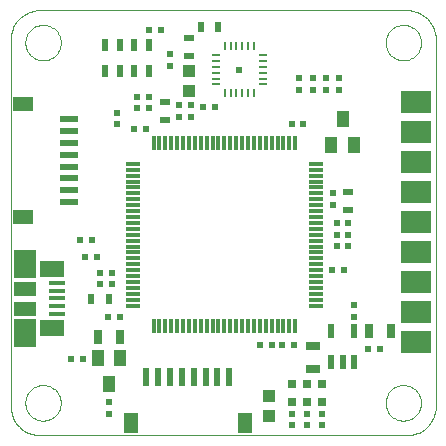
<source format=gtp>
G75*
G70*
%OFA0B0*%
%FSLAX24Y24*%
%IPPOS*%
%LPD*%
%AMOC8*
5,1,8,0,0,1.08239X$1,22.5*
%
%ADD10C,0.0000*%
%ADD11R,0.0236X0.0433*%
%ADD12R,0.0197X0.0236*%
%ADD13R,0.0315X0.0114*%
%ADD14R,0.0114X0.0315*%
%ADD15R,0.0236X0.0236*%
%ADD16R,0.0236X0.0354*%
%ADD17R,0.0354X0.0236*%
%ADD18R,0.0236X0.0197*%
%ADD19R,0.0220X0.0500*%
%ADD20R,0.0394X0.0551*%
%ADD21R,0.0610X0.0236*%
%ADD22R,0.0709X0.0472*%
%ADD23R,0.1000X0.0750*%
%ADD24R,0.0276X0.0512*%
%ADD25R,0.0512X0.0276*%
%ADD26R,0.0543X0.0177*%
%ADD27R,0.0827X0.0581*%
%ADD28R,0.0748X0.0935*%
%ADD29R,0.0748X0.0463*%
%ADD30R,0.0236X0.0610*%
%ADD31R,0.0472X0.0709*%
%ADD32R,0.0394X0.0433*%
%ADD33R,0.0315X0.0315*%
%ADD34R,0.0472X0.0118*%
%ADD35R,0.0118X0.0472*%
D10*
X011483Y005999D02*
X011483Y018203D01*
X011485Y018265D01*
X011491Y018326D01*
X011500Y018387D01*
X011514Y018448D01*
X011531Y018507D01*
X011552Y018565D01*
X011577Y018622D01*
X011605Y018677D01*
X011636Y018730D01*
X011671Y018781D01*
X011709Y018830D01*
X011750Y018877D01*
X011793Y018920D01*
X011840Y018961D01*
X011889Y018999D01*
X011940Y019034D01*
X011993Y019065D01*
X012048Y019093D01*
X012105Y019118D01*
X012163Y019139D01*
X012222Y019156D01*
X012283Y019170D01*
X012344Y019179D01*
X012405Y019185D01*
X012467Y019187D01*
X012467Y019188D02*
X024672Y019188D01*
X024672Y019187D02*
X024734Y019185D01*
X024795Y019179D01*
X024856Y019170D01*
X024917Y019156D01*
X024976Y019139D01*
X025034Y019118D01*
X025091Y019093D01*
X025146Y019065D01*
X025199Y019034D01*
X025250Y018999D01*
X025299Y018961D01*
X025346Y018920D01*
X025389Y018877D01*
X025430Y018830D01*
X025468Y018781D01*
X025503Y018730D01*
X025534Y018677D01*
X025562Y018622D01*
X025587Y018565D01*
X025608Y018507D01*
X025625Y018448D01*
X025639Y018387D01*
X025648Y018326D01*
X025654Y018265D01*
X025656Y018203D01*
X025656Y005999D01*
X025654Y005937D01*
X025648Y005876D01*
X025639Y005815D01*
X025625Y005754D01*
X025608Y005695D01*
X025587Y005637D01*
X025562Y005580D01*
X025534Y005525D01*
X025503Y005472D01*
X025468Y005421D01*
X025430Y005372D01*
X025389Y005325D01*
X025346Y005282D01*
X025299Y005241D01*
X025250Y005203D01*
X025199Y005168D01*
X025146Y005137D01*
X025091Y005109D01*
X025034Y005084D01*
X024976Y005063D01*
X024917Y005046D01*
X024856Y005032D01*
X024795Y005023D01*
X024734Y005017D01*
X024672Y005015D01*
X024672Y005014D02*
X012467Y005014D01*
X012467Y005015D02*
X012405Y005017D01*
X012344Y005023D01*
X012283Y005032D01*
X012222Y005046D01*
X012163Y005063D01*
X012105Y005084D01*
X012048Y005109D01*
X011993Y005137D01*
X011940Y005168D01*
X011889Y005203D01*
X011840Y005241D01*
X011793Y005282D01*
X011750Y005325D01*
X011709Y005372D01*
X011671Y005421D01*
X011636Y005472D01*
X011605Y005525D01*
X011577Y005580D01*
X011552Y005637D01*
X011531Y005695D01*
X011514Y005754D01*
X011500Y005815D01*
X011491Y005876D01*
X011485Y005937D01*
X011483Y005999D01*
X011975Y006097D02*
X011977Y006145D01*
X011983Y006193D01*
X011993Y006240D01*
X012006Y006286D01*
X012024Y006331D01*
X012044Y006375D01*
X012069Y006417D01*
X012097Y006456D01*
X012127Y006493D01*
X012161Y006527D01*
X012198Y006559D01*
X012236Y006588D01*
X012277Y006613D01*
X012320Y006635D01*
X012365Y006653D01*
X012411Y006667D01*
X012458Y006678D01*
X012506Y006685D01*
X012554Y006688D01*
X012602Y006687D01*
X012650Y006682D01*
X012698Y006673D01*
X012744Y006661D01*
X012789Y006644D01*
X012833Y006624D01*
X012875Y006601D01*
X012915Y006574D01*
X012953Y006544D01*
X012988Y006511D01*
X013020Y006475D01*
X013050Y006437D01*
X013076Y006396D01*
X013098Y006353D01*
X013118Y006309D01*
X013133Y006264D01*
X013145Y006217D01*
X013153Y006169D01*
X013157Y006121D01*
X013157Y006073D01*
X013153Y006025D01*
X013145Y005977D01*
X013133Y005930D01*
X013118Y005885D01*
X013098Y005841D01*
X013076Y005798D01*
X013050Y005757D01*
X013020Y005719D01*
X012988Y005683D01*
X012953Y005650D01*
X012915Y005620D01*
X012875Y005593D01*
X012833Y005570D01*
X012789Y005550D01*
X012744Y005533D01*
X012698Y005521D01*
X012650Y005512D01*
X012602Y005507D01*
X012554Y005506D01*
X012506Y005509D01*
X012458Y005516D01*
X012411Y005527D01*
X012365Y005541D01*
X012320Y005559D01*
X012277Y005581D01*
X012236Y005606D01*
X012198Y005635D01*
X012161Y005667D01*
X012127Y005701D01*
X012097Y005738D01*
X012069Y005777D01*
X012044Y005819D01*
X012024Y005863D01*
X012006Y005908D01*
X011993Y005954D01*
X011983Y006001D01*
X011977Y006049D01*
X011975Y006097D01*
X023983Y006097D02*
X023985Y006145D01*
X023991Y006193D01*
X024001Y006240D01*
X024014Y006286D01*
X024032Y006331D01*
X024052Y006375D01*
X024077Y006417D01*
X024105Y006456D01*
X024135Y006493D01*
X024169Y006527D01*
X024206Y006559D01*
X024244Y006588D01*
X024285Y006613D01*
X024328Y006635D01*
X024373Y006653D01*
X024419Y006667D01*
X024466Y006678D01*
X024514Y006685D01*
X024562Y006688D01*
X024610Y006687D01*
X024658Y006682D01*
X024706Y006673D01*
X024752Y006661D01*
X024797Y006644D01*
X024841Y006624D01*
X024883Y006601D01*
X024923Y006574D01*
X024961Y006544D01*
X024996Y006511D01*
X025028Y006475D01*
X025058Y006437D01*
X025084Y006396D01*
X025106Y006353D01*
X025126Y006309D01*
X025141Y006264D01*
X025153Y006217D01*
X025161Y006169D01*
X025165Y006121D01*
X025165Y006073D01*
X025161Y006025D01*
X025153Y005977D01*
X025141Y005930D01*
X025126Y005885D01*
X025106Y005841D01*
X025084Y005798D01*
X025058Y005757D01*
X025028Y005719D01*
X024996Y005683D01*
X024961Y005650D01*
X024923Y005620D01*
X024883Y005593D01*
X024841Y005570D01*
X024797Y005550D01*
X024752Y005533D01*
X024706Y005521D01*
X024658Y005512D01*
X024610Y005507D01*
X024562Y005506D01*
X024514Y005509D01*
X024466Y005516D01*
X024419Y005527D01*
X024373Y005541D01*
X024328Y005559D01*
X024285Y005581D01*
X024244Y005606D01*
X024206Y005635D01*
X024169Y005667D01*
X024135Y005701D01*
X024105Y005738D01*
X024077Y005777D01*
X024052Y005819D01*
X024032Y005863D01*
X024014Y005908D01*
X024001Y005954D01*
X023991Y006001D01*
X023985Y006049D01*
X023983Y006097D01*
X023983Y018105D02*
X023985Y018153D01*
X023991Y018201D01*
X024001Y018248D01*
X024014Y018294D01*
X024032Y018339D01*
X024052Y018383D01*
X024077Y018425D01*
X024105Y018464D01*
X024135Y018501D01*
X024169Y018535D01*
X024206Y018567D01*
X024244Y018596D01*
X024285Y018621D01*
X024328Y018643D01*
X024373Y018661D01*
X024419Y018675D01*
X024466Y018686D01*
X024514Y018693D01*
X024562Y018696D01*
X024610Y018695D01*
X024658Y018690D01*
X024706Y018681D01*
X024752Y018669D01*
X024797Y018652D01*
X024841Y018632D01*
X024883Y018609D01*
X024923Y018582D01*
X024961Y018552D01*
X024996Y018519D01*
X025028Y018483D01*
X025058Y018445D01*
X025084Y018404D01*
X025106Y018361D01*
X025126Y018317D01*
X025141Y018272D01*
X025153Y018225D01*
X025161Y018177D01*
X025165Y018129D01*
X025165Y018081D01*
X025161Y018033D01*
X025153Y017985D01*
X025141Y017938D01*
X025126Y017893D01*
X025106Y017849D01*
X025084Y017806D01*
X025058Y017765D01*
X025028Y017727D01*
X024996Y017691D01*
X024961Y017658D01*
X024923Y017628D01*
X024883Y017601D01*
X024841Y017578D01*
X024797Y017558D01*
X024752Y017541D01*
X024706Y017529D01*
X024658Y017520D01*
X024610Y017515D01*
X024562Y017514D01*
X024514Y017517D01*
X024466Y017524D01*
X024419Y017535D01*
X024373Y017549D01*
X024328Y017567D01*
X024285Y017589D01*
X024244Y017614D01*
X024206Y017643D01*
X024169Y017675D01*
X024135Y017709D01*
X024105Y017746D01*
X024077Y017785D01*
X024052Y017827D01*
X024032Y017871D01*
X024014Y017916D01*
X024001Y017962D01*
X023991Y018009D01*
X023985Y018057D01*
X023983Y018105D01*
X011975Y018105D02*
X011977Y018153D01*
X011983Y018201D01*
X011993Y018248D01*
X012006Y018294D01*
X012024Y018339D01*
X012044Y018383D01*
X012069Y018425D01*
X012097Y018464D01*
X012127Y018501D01*
X012161Y018535D01*
X012198Y018567D01*
X012236Y018596D01*
X012277Y018621D01*
X012320Y018643D01*
X012365Y018661D01*
X012411Y018675D01*
X012458Y018686D01*
X012506Y018693D01*
X012554Y018696D01*
X012602Y018695D01*
X012650Y018690D01*
X012698Y018681D01*
X012744Y018669D01*
X012789Y018652D01*
X012833Y018632D01*
X012875Y018609D01*
X012915Y018582D01*
X012953Y018552D01*
X012988Y018519D01*
X013020Y018483D01*
X013050Y018445D01*
X013076Y018404D01*
X013098Y018361D01*
X013118Y018317D01*
X013133Y018272D01*
X013145Y018225D01*
X013153Y018177D01*
X013157Y018129D01*
X013157Y018081D01*
X013153Y018033D01*
X013145Y017985D01*
X013133Y017938D01*
X013118Y017893D01*
X013098Y017849D01*
X013076Y017806D01*
X013050Y017765D01*
X013020Y017727D01*
X012988Y017691D01*
X012953Y017658D01*
X012915Y017628D01*
X012875Y017601D01*
X012833Y017578D01*
X012789Y017558D01*
X012744Y017541D01*
X012698Y017529D01*
X012650Y017520D01*
X012602Y017515D01*
X012554Y017514D01*
X012506Y017517D01*
X012458Y017524D01*
X012411Y017535D01*
X012365Y017549D01*
X012320Y017567D01*
X012277Y017589D01*
X012236Y017614D01*
X012198Y017643D01*
X012161Y017675D01*
X012127Y017709D01*
X012097Y017746D01*
X012069Y017785D01*
X012044Y017827D01*
X012024Y017871D01*
X012006Y017916D01*
X011993Y017962D01*
X011983Y018009D01*
X011977Y018057D01*
X011975Y018105D01*
D11*
X014620Y018010D03*
X015112Y018010D03*
X015604Y018010D03*
X016096Y018010D03*
X016096Y017144D03*
X015604Y017144D03*
X015112Y017144D03*
X014620Y017144D03*
D12*
X016099Y018514D03*
X016492Y018514D03*
X017911Y015952D03*
X018305Y015952D03*
X015992Y015233D03*
X015599Y015233D03*
X020849Y015389D03*
X021242Y015389D03*
X022349Y012077D03*
X022742Y012077D03*
X022742Y011702D03*
X022742Y011327D03*
X022349Y011327D03*
X022349Y011702D03*
X022193Y010514D03*
X022586Y010514D03*
X020930Y008014D03*
X020536Y008014D03*
X020180Y008014D03*
X019786Y008014D03*
X023411Y007889D03*
X023805Y007889D03*
X015117Y008952D03*
X014724Y008952D03*
X014867Y010046D03*
X014867Y010421D03*
X014474Y010421D03*
X014474Y010046D03*
X014367Y010952D03*
X013974Y010952D03*
X013786Y011514D03*
X014180Y011514D03*
X013899Y007546D03*
X013505Y007546D03*
D13*
X018321Y016710D03*
X018321Y016907D03*
X018321Y017103D03*
X018321Y017300D03*
X018321Y017497D03*
X018321Y017694D03*
X019896Y017694D03*
X019896Y017497D03*
X019896Y017300D03*
X019896Y017103D03*
X019896Y016907D03*
X019896Y016710D03*
D14*
X019600Y016414D03*
X019403Y016414D03*
X019207Y016414D03*
X019010Y016414D03*
X018813Y016414D03*
X018616Y016414D03*
X018616Y017989D03*
X018813Y017989D03*
X019010Y017989D03*
X019207Y017989D03*
X019403Y017989D03*
X019600Y017989D03*
D15*
X019108Y017202D03*
D16*
X018403Y018639D03*
X017813Y018639D03*
X014747Y009546D03*
X014157Y009546D03*
D17*
X022733Y012532D03*
X022733Y013122D03*
X016639Y015532D03*
X016639Y016122D03*
X017421Y017657D03*
X017421Y018247D03*
D18*
X016796Y017711D03*
X016796Y017318D03*
X016108Y016305D03*
X015702Y016305D03*
X015702Y015911D03*
X016108Y015911D03*
X017108Y016024D03*
X017483Y016024D03*
X017483Y015630D03*
X017108Y015630D03*
X015014Y015774D03*
X015014Y015380D03*
X021108Y016536D03*
X021108Y016930D03*
X021546Y016930D03*
X021983Y016930D03*
X022421Y016930D03*
X022421Y016536D03*
X021983Y016536D03*
X021546Y016536D03*
X022233Y013086D03*
X022233Y012693D03*
X022921Y009367D03*
X022921Y008974D03*
X021858Y005742D03*
X021858Y005349D03*
X021358Y005349D03*
X021358Y005742D03*
X020858Y005742D03*
X020858Y005349D03*
X014764Y005724D03*
X014764Y006117D03*
D19*
X022176Y007473D03*
X022546Y007473D03*
X022916Y007473D03*
X022916Y008493D03*
X022176Y008493D03*
D20*
X015138Y007604D03*
X014390Y007604D03*
X014764Y006738D03*
X022172Y014706D03*
X022920Y014706D03*
X022546Y015572D03*
D21*
X013436Y015549D03*
X013436Y015155D03*
X013436Y014761D03*
X013436Y014367D03*
X013436Y013974D03*
X013436Y013580D03*
X013436Y013186D03*
X013436Y012793D03*
D22*
X011910Y012281D03*
X011910Y016060D03*
D23*
X025008Y016139D03*
X025008Y015139D03*
X025008Y014139D03*
X025008Y013139D03*
X025008Y012139D03*
X025008Y011139D03*
X025008Y010139D03*
X025008Y009139D03*
X025008Y008139D03*
D24*
X024170Y008483D03*
X023422Y008483D03*
X015138Y008296D03*
X014390Y008296D03*
D25*
X021577Y007982D03*
X021577Y007234D03*
D26*
X013014Y009065D03*
X013014Y009321D03*
X013014Y009577D03*
X013014Y009833D03*
X013014Y010089D03*
D27*
X012873Y010546D03*
X012873Y008607D03*
D28*
X011967Y008430D03*
X011967Y010724D03*
D29*
X011967Y009900D03*
X011967Y009242D03*
D30*
X016011Y006967D03*
X016405Y006967D03*
X016799Y006967D03*
X017193Y006967D03*
X017586Y006967D03*
X017980Y006967D03*
X018374Y006967D03*
X018767Y006967D03*
D31*
X019279Y005441D03*
X015500Y005441D03*
D32*
X020108Y005648D03*
X020108Y006318D03*
X017421Y016492D03*
X017421Y017162D03*
D33*
X020858Y006716D03*
X021358Y006716D03*
X021858Y006716D03*
X021858Y006125D03*
X021358Y006125D03*
X020858Y006125D03*
D34*
X021659Y009340D03*
X021659Y009537D03*
X021659Y009733D03*
X021659Y009930D03*
X021659Y010127D03*
X021659Y010324D03*
X021659Y010521D03*
X021659Y010718D03*
X021659Y010914D03*
X021659Y011111D03*
X021659Y011308D03*
X021659Y011505D03*
X021659Y011702D03*
X021659Y011899D03*
X021659Y012096D03*
X021659Y012292D03*
X021659Y012489D03*
X021659Y012686D03*
X021659Y012883D03*
X021659Y013080D03*
X021659Y013277D03*
X021659Y013474D03*
X021659Y013670D03*
X021659Y013867D03*
X021659Y014064D03*
X015557Y014064D03*
X015557Y013867D03*
X015557Y013670D03*
X015557Y013474D03*
X015557Y013277D03*
X015557Y013080D03*
X015557Y012883D03*
X015557Y012686D03*
X015557Y012489D03*
X015557Y012292D03*
X015557Y012096D03*
X015557Y011899D03*
X015557Y011702D03*
X015557Y011505D03*
X015557Y011308D03*
X015557Y011111D03*
X015557Y010914D03*
X015557Y010718D03*
X015557Y010521D03*
X015557Y010324D03*
X015557Y010127D03*
X015557Y009930D03*
X015557Y009733D03*
X015557Y009537D03*
X015557Y009340D03*
D35*
X016246Y008651D03*
X016443Y008651D03*
X016640Y008651D03*
X016836Y008651D03*
X017033Y008651D03*
X017230Y008651D03*
X017427Y008651D03*
X017624Y008651D03*
X017821Y008651D03*
X018018Y008651D03*
X018214Y008651D03*
X018411Y008651D03*
X018608Y008651D03*
X018805Y008651D03*
X019002Y008651D03*
X019199Y008651D03*
X019396Y008651D03*
X019592Y008651D03*
X019789Y008651D03*
X019986Y008651D03*
X020183Y008651D03*
X020380Y008651D03*
X020577Y008651D03*
X020773Y008651D03*
X020970Y008651D03*
X020970Y014753D03*
X020773Y014753D03*
X020577Y014753D03*
X020380Y014753D03*
X020183Y014753D03*
X019986Y014753D03*
X019789Y014753D03*
X019592Y014753D03*
X019396Y014753D03*
X019199Y014753D03*
X019002Y014753D03*
X018805Y014753D03*
X018608Y014753D03*
X018411Y014753D03*
X018214Y014753D03*
X018018Y014753D03*
X017821Y014753D03*
X017624Y014753D03*
X017427Y014753D03*
X017230Y014753D03*
X017033Y014753D03*
X016836Y014753D03*
X016640Y014753D03*
X016443Y014753D03*
X016246Y014753D03*
M02*

</source>
